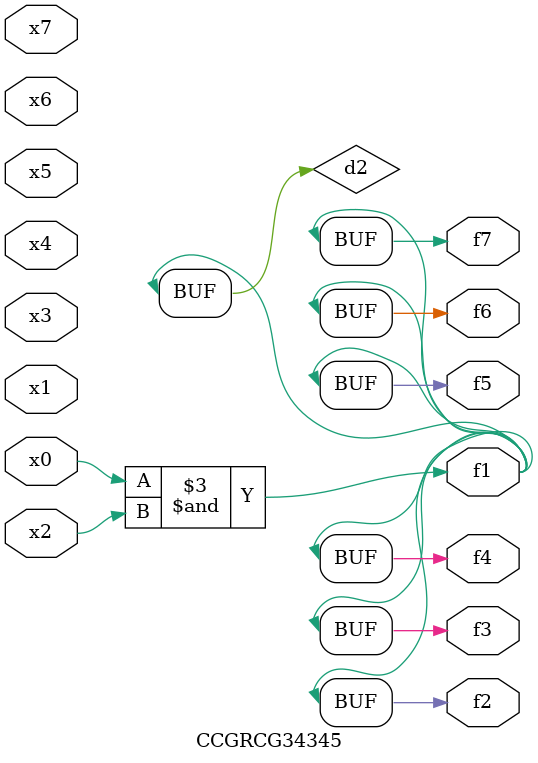
<source format=v>
module CCGRCG34345(
	input x0, x1, x2, x3, x4, x5, x6, x7,
	output f1, f2, f3, f4, f5, f6, f7
);

	wire d1, d2;

	nor (d1, x3, x6);
	and (d2, x0, x2);
	assign f1 = d2;
	assign f2 = d2;
	assign f3 = d2;
	assign f4 = d2;
	assign f5 = d2;
	assign f6 = d2;
	assign f7 = d2;
endmodule

</source>
